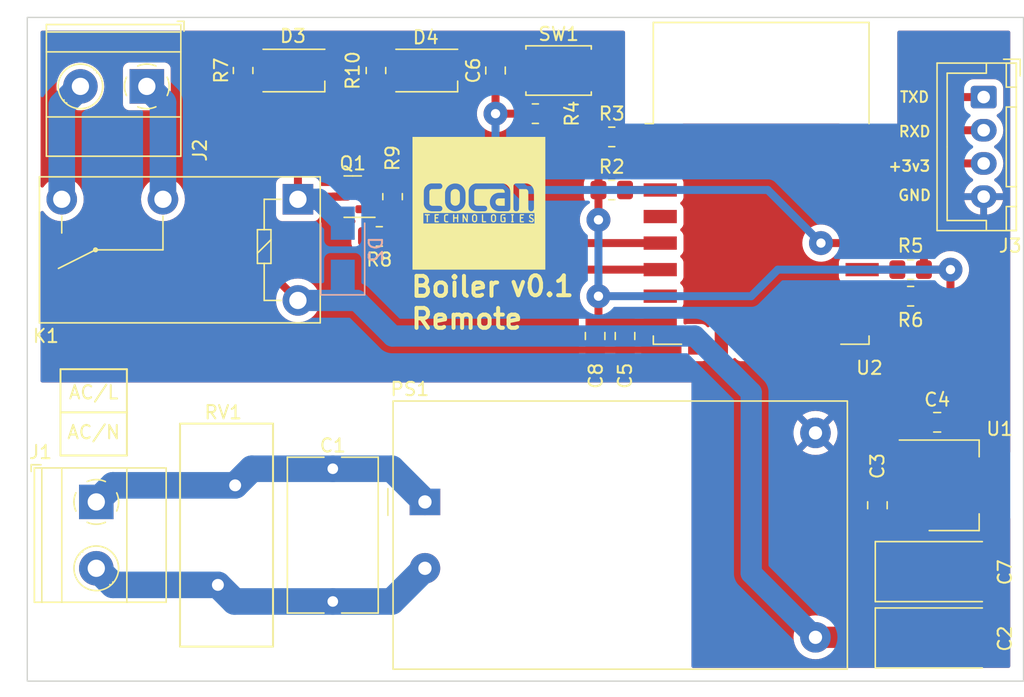
<source format=kicad_pcb>
(kicad_pcb (version 20211014) (generator pcbnew)
  (layers (0 "F.Cu" signal) (31 "B.Cu" signal) (34 "B.Paste" user) (35 "F.Paste" user) (36 "B.SilkS" user "B.Silkscreen") (37 "F.SilkS" user "F.Silkscreen") (38 "B.Mask" user) (39 "F.Mask" user) (44 "Edge.Cuts" user))
  (net 0 "")
  (net 1 "Net-(C1-Pad2)")
  (net 2 "GND")
  (net 3 "+3V3")
  (net 12 "Net-(D2-Pad2)")
  (net 13 "VCC")
  (net 14 "Net-(C1-Pad1)")
  (net 15 "Net-(R2-Pad1)")
  (net 16 "GPIO0")
  (net 17 "Net-(R3-Pad1)")
  (net 18 "Net-(R5-Pad1)")
  (net 19 "Relay1")
  (net 20 "LinkLED")
  (net 21 "RXD")
  (net 22 "TXD")
  (net 23 "Net-(R6-Pad2)")
  (net 24 "Net-(D3-Pad2)")
  (net 25 "Net-(D4-Pad2)")
  (net 26 "Net-(Q1-Pad1)")
  (net 27 "Net-(J2-Pad1)")
  (net 28 "Net-(J2-Pad2)")
  (footprint "Capacitor_THT:C_Rect_L11.5mm_W6.6mm_P10.00mm_MKT" (layer "F.Cu") (at 23 34 -90)
    (fp_text reference "C1" (at -1.75 0) (layer "F.SilkS"))
    (fp_text value "100n")
    (pad "1" thru_hole circle (at 0 0 270) (size 1.6 1.6) (drill 0.8) (layers *.Cu *.Mask) (net 14 "Net-(C1-Pad1)"))
    (pad "2" thru_hole circle (at 10 0 270) (size 1.6 1.6) (drill 0.8) (layers *.Cu *.Mask) (net 1 "Net-(C1-Pad2)"))
  )
  (footprint "TerminalBlock_Phoenix:TerminalBlock_Phoenix_MKDS-1,5-2_1x02_P5.00mm_Horizontal" (layer "F.Cu") (at 5.195 36.5 -90)
    (fp_text reference "J1" (at -3.75 4.195) (layer "F.SilkS"))
    (fp_text value "Screw_Terminal_01x02")
    (pad "1" thru_hole rect (at 0 0 270) (size 2.6 2.6) (drill 1.3) (layers *.Cu *.Mask) (net 14 "Net-(C1-Pad1)"))
    (pad "2" thru_hole circle (at 5 0 270) (size 2.6 2.6) (drill 1.3) (layers *.Cu *.Mask) (net 1 "Net-(C1-Pad2)"))
  )
  (footprint "LED_SMD:LED_PLCC-2" (layer "F.Cu") (at 30 4 180)
    (fp_text reference "D4" (at 0 2.5) (layer "F.SilkS"))
    (fp_text value "LED")
    (pad "1" smd rect (at -1.5 0 180) (size 1.5 2.6) (layers "F.Cu" "F.Paste" "F.Mask") (net 2 "GND"))
    (pad "2" smd rect (at 1.5 0 180) (size 1.5 2.6) (layers "F.Cu" "F.Paste" "F.Mask") (net 25 "Net-(D4-Pad2)"))
  )
  (footprint "LED_SMD:LED_PLCC-2" (layer "F.Cu") (at 20 4 180)
    (fp_text reference "D3" (at 0 2.6) (layer "F.SilkS"))
    (fp_text value "LED")
    (pad "1" smd rect (at -1.5 0 180) (size 1.5 2.6) (layers "F.Cu" "F.Paste" "F.Mask") (net 12 "Net-(D2-Pad2)"))
    (pad "2" smd rect (at 1.5 0 180) (size 1.5 2.6) (layers "F.Cu" "F.Paste" "F.Mask") (net 24 "Net-(D3-Pad2)"))
  )
  (footprint "Resistor_SMD:R_0805_2012Metric_Pad1.20x1.40mm_HandSolder" (layer "F.Cu") (at 44 13 180)
    (fp_text reference "R2" (at 0 1.75) (layer "F.SilkS"))
    (fp_text value "10k")
    (pad "1" smd roundrect (at -1 0 180) (size 1.2 1.4) (layers "F.Cu" "F.Paste" "F.Mask") (roundrect_rratio 0.2083333333) (net 15 "Net-(R2-Pad1)"))
    (pad "2" smd roundrect (at 1 0 180) (size 1.2 1.4) (layers "F.Cu" "F.Paste" "F.Mask") (roundrect_rratio 0.2083333333) (net 3 "+3V3"))
  )
  (footprint "Resistor_SMD:R_0805_2012Metric_Pad1.20x1.40mm_HandSolder" (layer "F.Cu") (at 44 9 180)
    (fp_text reference "R3" (at 0 1.75) (layer "F.SilkS"))
    (fp_text value "10k")
    (pad "1" smd roundrect (at -1 0 180) (size 1.2 1.4) (layers "F.Cu" "F.Paste" "F.Mask") (roundrect_rratio 0.2083333333) (net 17 "Net-(R3-Pad1)"))
    (pad "2" smd roundrect (at 1 0 180) (size 1.2 1.4) (layers "F.Cu" "F.Paste" "F.Mask") (roundrect_rratio 0.2083333333) (net 3 "+3V3"))
  )
  (footprint "Capacitor_SMD:C_0805_2012Metric_Pad1.18x1.45mm_HandSolder" (layer "F.Cu") (at 64 36.75 90)
    (fp_text reference "C3" (at 2.95 0 90) (layer "F.SilkS"))
    (fp_text value "100n")
    (pad "1" smd roundrect (at -1.0375 0 90) (size 1.175 1.45) (layers "F.Cu" "F.Paste" "F.Mask") (roundrect_rratio 0.2127659574) (net 13 "VCC"))
    (pad "2" smd roundrect (at 1.0375 0 90) (size 1.175 1.45) (layers "F.Cu" "F.Paste" "F.Mask") (roundrect_rratio 0.2127659574) (net 2 "GND"))
  )
  (footprint "Capacitor_SMD:C_0805_2012Metric_Pad1.18x1.45mm_HandSolder" (layer "F.Cu") (at 42.75 24 -90)
    (fp_text reference "C8" (at 3 -0.05 90) (layer "F.SilkS"))
    (fp_text value "100n")
    (pad "1" smd roundrect (at -1.0375 0 270) (size 1.175 1.45) (layers "F.Cu" "F.Paste" "F.Mask") (roundrect_rratio 0.2127659574) (net 3 "+3V3"))
    (pad "2" smd roundrect (at 1.0375 0 270) (size 1.175 1.45) (layers "F.Cu" "F.Paste" "F.Mask") (roundrect_rratio 0.2127659574) (net 2 "GND"))
  )
  (footprint "Varistor:RV_Disc_D16.5mm_W6.7mm_P7.5mm" (layer "F.Cu") (at 15.65 35.25 -90)
    (fp_text reference "RV1" (at -5.5 0.9 180) (layer "F.SilkS"))
    (fp_text value "B72214P2321K101")
    (pad "1" thru_hole circle (at 0 0 270) (size 1.8 1.8) (drill 0.9) (layers *.Cu *.Mask) (net 14 "Net-(C1-Pad1)"))
    (pad "2" thru_hole circle (at 7.5 1.3 270) (size 1.8 1.8) (drill 0.9) (layers *.Cu *.Mask) (net 1 "Net-(C1-Pad2)"))
  )
  (footprint "Resistor_SMD:R_0805_2012Metric_Pad1.20x1.40mm_HandSolder" (layer "F.Cu") (at 38.25 7.25)
    (fp_text reference "R4" (at 2.75 0 90) (layer "F.SilkS"))
    (fp_text value "10k")
    (pad "1" smd roundrect (at -1 0) (size 1.2 1.4) (layers "F.Cu" "F.Paste" "F.Mask") (roundrect_rratio 0.2083333333) (net 16 "GPIO0"))
    (pad "2" smd roundrect (at 1 0) (size 1.2 1.4) (layers "F.Cu" "F.Paste" "F.Mask") (roundrect_rratio 0.2083333333) (net 3 "+3V3"))
  )
  (footprint "Resistor_SMD:R_0805_2012Metric_Pad1.20x1.40mm_HandSolder" (layer "F.Cu") (at 26.5 16.5 180)
    (fp_text reference "R8" (at 0 -1.75) (layer "F.SilkS"))
    (fp_text value "1k")
    (pad "1" smd roundrect (at -1 0 180) (size 1.2 1.4) (layers "F.Cu" "F.Paste" "F.Mask") (roundrect_rratio 0.2083333333) (net 19 "Relay1"))
    (pad "2" smd roundrect (at 1 0 180) (size 1.2 1.4) (layers "F.Cu" "F.Paste" "F.Mask") (roundrect_rratio 0.2083333333) (net 26 "Net-(Q1-Pad1)"))
  )
  (footprint "Capacitor_SMD:C_0805_2012Metric_Pad1.18x1.45mm_HandSolder" (layer "F.Cu") (at 68.5 30.5 180)
    (fp_text reference "C4" (at 0 1.7) (layer "F.SilkS"))
    (fp_text value "100n")
    (pad "1" smd roundrect (at -1.0375 0 180) (size 1.175 1.45) (layers "F.Cu" "F.Paste" "F.Mask") (roundrect_rratio 0.2127659574) (net 3 "+3V3"))
    (pad "2" smd roundrect (at 1.0375 0 180) (size 1.175 1.45) (layers "F.Cu" "F.Paste" "F.Mask") (roundrect_rratio 0.2127659574) (net 2 "GND"))
  )
  (footprint "Button_Switch_SMD:SW_SPST_EVQP2" (layer "F.Cu") (at 40 4)
    (fp_text reference "SW1" (at 0 -2.75) (layer "F.SilkS"))
    (fp_text value "SW_Push")
    (pad "1" smd rect (at 2.575 -0.85) (size 1.45 1) (layers "F.Cu" "F.Paste" "F.Mask") (net 2 "GND"))
    (pad "1" smd rect (at -2.575 -0.85) (size 1.45 1) (layers "F.Cu" "F.Paste" "F.Mask") (net 2 "GND"))
    (pad "2" smd rect (at -2.575 0.85) (size 1.45 1) (layers "F.Cu" "F.Paste" "F.Mask") (net 16 "GPIO0"))
    (pad "2" smd rect (at 2.575 0.85) (size 1.45 1) (layers "F.Cu" "F.Paste" "F.Mask") (net 16 "GPIO0"))
  )
  (footprint "Resistor_SMD:R_0805_2012Metric_Pad1.20x1.40mm_HandSolder" (layer "F.Cu") (at 26.25 4 90)
    (fp_text reference "R10" (at 0 -1.75 90) (layer "F.SilkS"))
    (fp_text value "R")
    (pad "1" smd roundrect (at -1 0 90) (size 1.2 1.4) (layers "F.Cu" "F.Paste" "F.Mask") (roundrect_rratio 0.2083333333) (net 20 "LinkLED"))
    (pad "2" smd roundrect (at 1 0 90) (size 1.2 1.4) (layers "F.Cu" "F.Paste" "F.Mask") (roundrect_rratio 0.2083333333) (net 25 "Net-(D4-Pad2)"))
  )
  (footprint "TerminalBlock_Phoenix:TerminalBlock_Phoenix_MKDS-1,5-2_1x02_P5.00mm_Horizontal" (layer "F.Cu") (at 9 5.195 180)
    (fp_text reference "J2" (at -4 -4.805 90) (layer "F.SilkS"))
    (fp_text value "Screw_Terminal_01x02")
    (pad "1" thru_hole rect (at 0 0 180) (size 2.6 2.6) (drill 1.3) (layers *.Cu *.Mask) (net 27 "Net-(J2-Pad1)"))
    (pad "2" thru_hole circle (at 5 0 180) (size 2.6 2.6) (drill 1.3) (layers *.Cu *.Mask) (net 28 "Net-(J2-Pad2)"))
  )
  (footprint "LOGO" (layer "F.Cu") (at 34 14)
    (fp_text reference "G***" hide)
    (fp_text value "LOGO" hide)
  )
  (footprint "Capacitor_Tantalum_SMD:CP_EIA-7343-31_Kemet-D" (layer "F.Cu") (at 68.25 41.75)
    (fp_text reference "C7" (at 5.35 0.05 90) (layer "F.SilkS"))
    (fp_text value "100u")
    (pad "1" smd roundrect (at -3.1125 0) (size 2.075 2.55) (layers "F.Cu" "F.Paste" "F.Mask") (roundrect_rratio 0.1204819277) (net 13 "VCC"))
    (pad "2" smd roundrect (at 3.1125 0) (size 2.075 2.55) (layers "F.Cu" "F.Paste" "F.Mask") (roundrect_rratio 0.1204819277) (net 2 "GND"))
  )
  (footprint "Resistor_SMD:R_0805_2012Metric_Pad1.20x1.40mm_HandSolder" (layer "F.Cu") (at 27.5 13.5 90)
    (fp_text reference "R9" (at 2.9 0 90) (layer "F.SilkS"))
    (fp_text value "10k")
    (pad "1" smd roundrect (at -1 0 90) (size 1.2 1.4) (layers "F.Cu" "F.Paste" "F.Mask") (roundrect_rratio 0.2083333333) (net 26 "Net-(Q1-Pad1)"))
    (pad "2" smd roundrect (at 1 0 90) (size 1.2 1.4) (layers "F.Cu" "F.Paste" "F.Mask") (roundrect_rratio 0.2083333333) (net 2 "GND"))
  )
  (footprint "RF_Module:ESP-12E" (layer "F.Cu") (at 55.25 12.5)
    (fp_text reference "U2" (at 8.15 13.9) (layer "F.SilkS"))
    (fp_text value "ESP-12F")
    (pad "1" smd rect (at -7.6 -3.5) (size 2.5 1) (layers "F.Cu" "F.Paste" "F.Mask") (net 17 "Net-(R3-Pad1)"))
    (pad "2" smd rect (at -7.6 -1.5) (size 2.5 1) (layers "F.Cu" "F.Paste" "F.Mask"))
    (pad "3" smd rect (at -7.6 0.5) (size 2.5 1) (layers "F.Cu" "F.Paste" "F.Mask") (net 15 "Net-(R2-Pad1)"))
    (pad "4" smd rect (at -7.6 2.5) (size 2.5 1) (layers "F.Cu" "F.Paste" "F.Mask"))
    (pad "5" smd rect (at -7.6 4.5) (size 2.5 1) (layers "F.Cu" "F.Paste" "F.Mask") (net 20 "LinkLED"))
    (pad "6" smd rect (at -7.6 6.5) (size 2.5 1) (layers "F.Cu" "F.Paste" "F.Mask") (net 19 "Relay1"))
    (pad "7" smd rect (at -7.6 8.5) (size 2.5 1) (layers "F.Cu" "F.Paste" "F.Mask"))
    (pad "8" smd rect (at -7.6 10.5) (size 2.5 1) (layers "F.Cu" "F.Paste" "F.Mask") (net 3 "+3V3"))
    (pad "9" smd rect (at -5 12) (size 1 1.8) (layers "F.Cu" "F.Paste" "F.Mask"))
    (pad "10" smd rect (at -3 12) (size 1 1.8) (layers "F.Cu" "F.Paste" "F.Mask"))
    (pad "11" smd rect (at -1 12) (size 1 1.8) (layers "F.Cu" "F.Paste" "F.Mask"))
    (pad "12" smd rect (at 1 12) (size 1 1.8) (layers "F.Cu" "F.Paste" "F.Mask"))
    (pad "13" smd rect (at 3 12) (size 1 1.8) (layers "F.Cu" "F.Paste" "F.Mask"))
    (pad "14" smd rect (at 5 12) (size 1 1.8) (layers "F.Cu" "F.Paste" "F.Mask"))
    (pad "15" smd rect (at 7.6 10.5) (size 2.5 1) (layers "F.Cu" "F.Paste" "F.Mask") (net 2 "GND"))
    (pad "16" smd rect (at 7.6 8.5) (size 2.5 1) (layers "F.Cu" "F.Paste" "F.Mask") (net 23 "Net-(R6-Pad2)"))
    (pad "17" smd rect (at 7.6 6.5) (size 2.5 1) (layers "F.Cu" "F.Paste" "F.Mask") (net 18 "Net-(R5-Pad1)"))
    (pad "18" smd rect (at 7.6 4.5) (size 2.5 1) (layers "F.Cu" "F.Paste" "F.Mask") (net 16 "GPIO0"))
    (pad "19" smd rect (at 7.6 2.5) (size 2.5 1) (layers "F.Cu" "F.Paste" "F.Mask"))
    (pad "20" smd rect (at 7.6 0.5) (size 2.5 1) (layers "F.Cu" "F.Paste" "F.Mask"))
    (pad "21" smd rect (at 7.6 -1.5) (size 2.5 1) (layers "F.Cu" "F.Paste" "F.Mask") (net 21 "RXD"))
    (pad "22" smd rect (at 7.6 -3.5) (size 2.5 1) (layers "F.Cu" "F.Paste" "F.Mask") (net 22 "TXD"))
    (zone (net 0) (net_name "") (layers *.Cu) (connect_pads (clearance 0)) (min_thickness 0.254)
      (keepout (tracks not_allowed) (vias not_allowed) (pads not_allowed) (copperpour not_allowed) (footprints not_allowed))
      (fill (thermal_gap 0.508) (thermal_bridge_width 0.508))
      (polygon (pts (xy 47.13 7.7) (xy 63.37 7.7) (xy 63.37 0.38) (xy 47.13 0.38)))
    )
  )
  (footprint "Connector_JST:JST_XH_B4B-XH-A_1x04_P2.50mm_Vertical" (layer "F.Cu") (at 72 6 -90)
    (fp_text reference "J3" (at 11.2 -2 180) (layer "F.SilkS"))
    (fp_text value "Conn_01x04")
    (pad "1" thru_hole roundrect (at 0 0 270) (size 1.7 1.95) (drill 0.95) (layers *.Cu *.Mask) (roundrect_rratio 0.1470588235) (net 22 "TXD"))
    (pad "2" thru_hole oval (at 2.5 0 270) (size 1.7 1.95) (drill 0.95) (layers *.Cu *.Mask) (net 21 "RXD"))
    (pad "3" thru_hole oval (at 5 0 270) (size 1.7 1.95) (drill 0.95) (layers *.Cu *.Mask) (net 3 "+3V3"))
    (pad "4" thru_hole oval (at 7.5 0 270) (size 1.7 1.95) (drill 0.95) (layers *.Cu *.Mask) (net 2 "GND"))
  )
  (footprint "Capacitor_Tantalum_SMD:CP_EIA-7343-31_Kemet-D" (layer "F.Cu") (at 68.25 46.75)
    (fp_text reference "C2" (at 5.35 0.05 90) (layer "F.SilkS"))
    (fp_text value "100u")
    (pad "1" smd roundrect (at -3.1125 0) (size 2.075 2.55) (layers "F.Cu" "F.Paste" "F.Mask") (roundrect_rratio 0.1204819277) (net 13 "VCC"))
    (pad "2" smd roundrect (at 3.1125 0) (size 2.075 2.55) (layers "F.Cu" "F.Paste" "F.Mask") (roundrect_rratio 0.1204819277) (net 2 "GND"))
  )
  (footprint "Resistor_SMD:R_0805_2012Metric_Pad1.20x1.40mm_HandSolder" (layer "F.Cu") (at 66.5 19)
    (fp_text reference "R5" (at 0 -1.8) (layer "F.SilkS"))
    (fp_text value "10k")
    (pad "1" smd roundrect (at -1 0) (size 1.2 1.4) (layers "F.Cu" "F.Paste" "F.Mask") (roundrect_rratio 0.2083333333) (net 18 "Net-(R5-Pad1)"))
    (pad "2" smd roundrect (at 1 0) (size 1.2 1.4) (layers "F.Cu" "F.Paste" "F.Mask") (roundrect_rratio 0.2083333333) (net 3 "+3V3"))
  )
  (footprint "Capacitor_SMD:C_0805_2012Metric_Pad1.18x1.45mm_HandSolder" (layer "F.Cu") (at 35.25 4 90)
    (fp_text reference "C6" (at 0 -1.68 90) (layer "F.SilkS"))
    (fp_text value "100n")
    (pad "1" smd roundrect (at -1.0375 0 90) (size 1.175 1.45) (layers "F.Cu" "F.Paste" "F.Mask") (roundrect_rratio 0.2127659574) (net 16 "GPIO0"))
    (pad "2" smd roundrect (at 1.0375 0 90) (size 1.175 1.45) (layers "F.Cu" "F.Paste" "F.Mask") (roundrect_rratio 0.2127659574) (net 2 "GND"))
  )
  (footprint "Relay_THT:Relay_SPST_Omron-G5Q-1A" (layer "F.Cu") (at 20.375 13.7 180)
    (fp_text reference "K1" (at 18.975 -10.3) (layer "F.SilkS"))
    (fp_text value "G5Q-1A")
    (pad "1" thru_hole rect (at 0 0) (size 2.3 2.3) (drill 1.3) (layers *.Cu *.Mask) (net 12 "Net-(D2-Pad2)"))
    (pad "2" thru_hole circle (at 10.16 0) (size 2.3 2.3) (drill 1.3) (layers *.Cu *.Mask) (net 27 "Net-(J2-Pad1)"))
    (pad "3" thru_hole circle (at 17.78 0) (size 2.3 2.3) (drill 1.3) (layers *.Cu *.Mask) (net 28 "Net-(J2-Pad2)"))
    (pad "5" thru_hole circle (at 0 -7.62) (size 2.3 2.3) (drill 1.3) (layers *.Cu *.Mask) (net 13 "VCC"))
  )
  (footprint "Package_TO_SOT_SMD:SOT-23" (layer "F.Cu") (at 24.5 13.5 180)
    (fp_text reference "Q1" (at 0 2.5) (layer "F.SilkS"))
    (fp_text value "BSN20")
    (pad "1" smd roundrect (at -0.9375 -0.95 180) (size 1.475 0.6) (layers "F.Cu" "F.Paste" "F.Mask") (net 26 "Net-(Q1-Pad1)"))
    (pad "2" smd roundrect (at -0.9375 0.95 180) (size 1.475 0.6) (layers "F.Cu" "F.Paste" "F.Mask") (net 2 "GND"))
    (pad "3" smd roundrect (at 0.9375 0 180) (size 1.475 0.6) (layers "F.Cu" "F.Paste" "F.Mask") (net 12 "Net-(D2-Pad2)"))
  )
  (footprint "Converter_ACDC:Converter_ACDC_HiLink_HLK-PMxx" (layer "F.Cu") (at 29.9375 36.5)
    (fp_text reference "PS1" (at -1.1375 -8.5 180) (layer "F.SilkS"))
    (fp_text value "HLK-PM01")
    (pad "1" thru_hole rect (at 0 0) (size 2.3 2) (drill 1) (layers *.Cu *.Mask) (net 14 "Net-(C1-Pad1)"))
    (pad "2" thru_hole circle (at 0 5) (size 2.3 2.3) (drill 1) (layers *.Cu *.Mask) (net 1 "Net-(C1-Pad2)"))
    (pad "3" thru_hole circle (at 29.4 -5.2) (size 2.3 2.3) (drill 1) (layers *.Cu *.Mask) (net 2 "GND"))
    (pad "4" thru_hole circle (at 29.4 10.2) (size 2.3 2.3) (drill 1) (layers *.Cu *.Mask) (net 13 "VCC"))
  )
  (footprint "Package_TO_SOT_SMD:SOT-223-3_TabPin2" (layer "F.Cu") (at 69.75 35.25)
    (fp_text reference "U1" (at 3.45 -4.25) (layer "F.SilkS"))
    (fp_text value "AZ1117-3.3")
    (pad "1" smd rect (at -3.15 -2.3) (size 2 1.5) (layers "F.Cu" "F.Paste" "F.Mask") (net 2 "GND"))
    (pad "2" smd rect (at 3.15 0) (size 2 3.8) (layers "F.Cu" "F.Paste" "F.Mask") (net 3 "+3V3"))
    (pad "2" smd rect (at -3.15 0) (size 2 1.5) (layers "F.Cu" "F.Paste" "F.Mask") (net 3 "+3V3"))
    (pad "3" smd rect (at -3.15 2.3) (size 2 1.5) (layers "F.Cu" "F.Paste" "F.Mask") (net 13 "VCC"))
  )
  (footprint "Resistor_SMD:R_0805_2012Metric_Pad1.20x1.40mm_HandSolder" (layer "F.Cu") (at 16.25 4 90)
    (fp_text reference "R7" (at 0 -1.65 90) (layer "F.SilkS"))
    (fp_text value "R")
    (pad "1" smd roundrect (at -1 0 90) (size 1.2 1.4) (layers "F.Cu" "F.Paste" "F.Mask") (roundrect_rratio 0.2083333333) (net 13 "VCC"))
    (pad "2" smd roundrect (at 1 0 90) (size 1.2 1.4) (layers "F.Cu" "F.Paste" "F.Mask") (roundrect_rratio 0.2083333333) (net 24 "Net-(D3-Pad2)"))
  )
  (footprint "Capacitor_SMD:C_0805_2012Metric_Pad1.18x1.45mm_HandSolder" (layer "F.Cu") (at 45 24 -90)
    (fp_text reference "C5" (at 3 0 90) (layer "F.SilkS"))
    (fp_text value "100n")
    (pad "1" smd roundrect (at -1.0375 0 270) (size 1.175 1.45) (layers "F.Cu" "F.Paste" "F.Mask") (roundrect_rratio 0.2127659574) (net 3 "+3V3"))
    (pad "2" smd roundrect (at 1.0375 0 270) (size 1.175 1.45) (layers "F.Cu" "F.Paste" "F.Mask") (roundrect_rratio 0.2127659574) (net 2 "GND"))
  )
  (footprint "Resistor_SMD:R_0805_2012Metric_Pad1.20x1.40mm_HandSolder" (layer "F.Cu") (at 66.5 21 180)
    (fp_text reference "R6" (at 0 -1.8) (layer "F.SilkS"))
    (fp_text value "10k")
    (pad "1" smd roundrect (at -1 0 180) (size 1.2 1.4) (layers "F.Cu" "F.Paste" "F.Mask") (roundrect_rratio 0.2083333333) (net 2 "GND"))
    (pad "2" smd roundrect (at 1 0 180) (size 1.2 1.4) (layers "F.Cu" "F.Paste" "F.Mask") (roundrect_rratio 0.2083333333) (net 23 "Net-(R6-Pad2)"))
  )
  (footprint "Diode_SMD:D_SMA" (layer "B.Cu") (at 23.75 17.5 90)
    (fp_text reference "D2" (at 0 2.5 90) (layer "B.SilkS") (effects (justify mirror)))
    (fp_text value "D")
    (pad "1" smd rect (at -2 0 90) (size 2.5 1.8) (layers "B.Cu" "B.Paste" "B.Mask") (net 13 "VCC"))
    (pad "2" smd rect (at 2 0 90) (size 2.5 1.8) (layers "B.Cu" "B.Paste" "B.Mask") (net 12 "Net-(D2-Pad2)"))
  )
  (gr_line (start 7.5 33) (end 7.5 26.5) (layer "F.SilkS") (width 0.15))
  (gr_line (start 2.5 33) (end 7.5 33) (layer "F.SilkS") (width 0.15))
  (gr_line (start 2.5 29.75) (end 7.5 29.75) (layer "F.SilkS") (width 0.15))
  (gr_line (start 2.5 26.5) (end 2.5 33) (layer "F.SilkS") (width 0.15))
  (gr_line (start 7.5 26.5) (end 2.5 26.5) (layer "F.SilkS") (width 0.15))
  (gr_rect (start 0 0) (end 75 50) (layer "Edge.Cuts") (width 0.1) (fill none))
  (gr_text "GND" (at 66.8 13.4) (layer "F.SilkS") (effects (font (size 0.8 0.8))))
  (gr_text "TXD" (at 66.8 6) (layer "F.SilkS") (effects (font (size 0.8 0.8))))
  (gr_text "RXD" (at 66.8 8.6) (layer "F.SilkS") (effects (font (size 0.8 0.8))))
  (gr_text "AC/N" (at 5 31.25) (layer "F.SilkS") (effects (font (size 1 1))))
  (gr_text "v0.1" (at 38.75 20.25) (layer "F.SilkS") (effects (font (size 1.5 1.5) (thickness 0.3))))
  (gr_text "AC/L" (at 5 28.25) (layer "F.SilkS") (effects (font (size 1 1))))
  (gr_text "Boiler\nRemote" (at 28.75 21.5) (layer "F.SilkS") (effects (font (size 1.5 1.5) (thickness 0.3)) (justify left)))
  (gr_text "+3v3" (at 66.4 11.2) (layer "F.SilkS") (effects (font (size 0.8 0.8))))
  (segment (start 27.4375 44) (end 29.9375 41.5) (width 2) (layer "B.Cu") (net 1))
  (segment (start 23 44) (end 27.4375 44) (width 2) (layer "B.Cu") (net 1))
  (segment (start 15.6 44) (end 14.35 42.75) (width 2) (layer "B.Cu") (net 1))
  (segment (start 14.35 42.75) (end 6.445 42.75) (width 2) (layer "B.Cu") (net 1))
  (segment (start 23 44) (end 15.6 44) (width 2) (layer "B.Cu") (net 1))
  (segment (start 6.445 42.75) (end 5.195 41.5) (width 2) (layer "B.Cu") (net 1))
  (segment (start 69.5375 34.9625) (end 69.25 35.25) (width 0.6) (layer "F.Cu") (net 3))
  (segment (start 69.5375 30.5) (end 69.5375 34.9625) (width 0.6) (layer "F.Cu") (net 3))
  (segment (start 43 9) (end 43 13) (width 0.6) (layer "F.Cu") (net 3))
  (segment (start 67.5 19) (end 69.5 19) (width 0.6) (layer "F.Cu") (net 3))
  (segment (start 66.6 35.25) (end 69.25 35.25) (width 1) (layer "F.Cu") (net 3))
  (segment (start 69.5 30.4625) (end 69.5375 30.5) (width 0.6) (layer "F.Cu") (net 3))
  (segment (start 43 13) (end 43 15.25) (width 0.6) (layer "F.Cu") (net 3))
  (segment (start 67.5 19) (end 67.5 12.5) (width 0.6) (layer "F.Cu") (net 3))
  (segment (start 69.5 19) (end 69.5 30.4625) (width 0.6) (layer "F.Cu") (net 3))
  (segment (start 69.25 35.25) (end 72.9 35.25) (width 1) (layer "F.Cu") (net 3))
  (segment (start 43 22.7125) (end 42.75 22.9625) (width 0.6) (layer "F.Cu") (net 3))
  (segment (start 67.5 12.5) (end 69 11) (width 0.6) (layer "F.Cu") (net 3))
  (segment (start 69 11) (end 72 11) (width 0.6) (layer "F.Cu") (net 3))
  (segment (start 39.25 7.25) (end 41.25 7.25) (width 0.6) (layer "F.Cu") (net 3))
  (segment (start 45.0375 23) (end 47.65 23) (width 0.6) (layer "F.Cu") (net 3))
  (segment (start 41.25 7.25) (end 43 9) (width 0.6) (layer "F.Cu") (net 3))
  (segment (start 43 21) (end 43 22.7125) (width 0.6) (layer "F.Cu") (net 3))
  (segment (start 42.75 22.9625) (end 45 22.9625) (width 0.6) (layer "F.Cu") (net 3))
  (via (at 43 15.25) (size 1.8) (drill 0.7) (layers "F.Cu" "B.Cu") (net 3))
  (via (at 43 21) (size 1.8) (drill 0.7) (layers "F.Cu" "B.Cu") (net 3))
  (via (at 69.5 19) (size 1.8) (drill 0.7) (layers "F.Cu" "B.Cu") (net 3))
  (segment (start 56.5 19) (end 54.5 21) (width 0.6) (layer "B.Cu") (net 3))
  (segment (start 69.5 19) (end 56.5 19) (width 0.6) (layer "B.Cu") (net 3))
  (segment (start 43 15.25) (end 43 21) (width 0.6) (layer "B.Cu") (net 3))
  (segment (start 54.5 21) (end 43 21) (width 0.6) (layer "B.Cu") (net 3))
  (segment (start 21.5 5) (end 21.5 10.5) (width 0.6) (layer "F.Cu") (net 12))
  (segment (start 23.5625 13.5) (end 20.575 13.5) (width 0.6) (layer "F.Cu") (net 12))
  (segment (start 20.575 13.5) (end 20.375 13.7) (width 0.6) (layer "F.Cu") (net 12))
  (segment (start 20.375 11.625) (end 20.375 13.7) (width 0.6) (layer "F.Cu") (net 12))
  (segment (start 21.5 10.5) (end 20.375 11.625) (width 0.6) (layer "F.Cu") (net 12))
  (segment (start 21.95 13.7) (end 20.375 13.7) (width 1.6) (layer "B.Cu") (net 12))
  (segment (start 23.75 15.5) (end 21.95 13.7) (width 1.6) (layer "B.Cu") (net 12))
  (segment (start 65.1375 41.75) (end 65.1375 46.75) (width 1.6) (layer "F.Cu") (net 13))
  (segment (start 16.25 5) (end 16.25 17.195) (width 0.6) (layer "F.Cu") (net 13))
  (segment (start 64 37.7875) (end 64 40.6125) (width 1) (layer "F.Cu") (net 13))
  (segment (start 64 40.6125) (end 65.1375 41.75) (width 1) (layer "F.Cu") (net 13))
  (segment (start 64 37.7875) (end 66.3625 37.7875) (width 1) (layer "F.Cu") (net 13))
  (segment (start 65.0875 46.7) (end 65.1375 46.75) (width 1.6) (layer "F.Cu") (net 13))
  (segment (start 66.3625 37.7875) (end 66.6 37.55) (width 1) (layer "F.Cu") (net 13))
  (segment (start 16.25 17.195) (end 20.375 21.32) (width 0.6) (layer "F.Cu") (net 13))
  (segment (start 59.3375 46.7) (end 65.0875 46.7) (width 1.6) (layer "F.Cu") (net 13))
  (segment (start 54.5 28.25) (end 54.5 41.8625) (width 1.6) (layer "B.Cu") (net 13))
  (segment (start 54.5 41.8625) (end 59.3375 46.7) (width 1.6) (layer "B.Cu") (net 13))
  (segment (start 27.5 24) (end 50.25 24) (width 1.6) (layer "B.Cu") (net 13))
  (segment (start 50.25 24) (end 54.5 28.25) (width 1.6) (layer "B.Cu") (net 13))
  (segment (start 24.82 21.32) (end 27.5 24) (width 1.6) (layer "B.Cu") (net 13))
  (segment (start 20.375 21.32) (end 24.82 21.32) (width 1.6) (layer "B.Cu") (net 13))
  (segment (start 6.445 35.25) (end 5.195 36.5) (width 2) (layer "B.Cu") (net 14))
  (segment (start 23 34) (end 27.4375 34) (width 2) (layer "B.Cu") (net 14))
  (segment (start 27.4375 34) (end 29.9375 36.5) (width 2) (layer "B.Cu") (net 14))
  (segment (start 15.65 35.25) (end 6.445 35.25) (width 2) (layer "B.Cu") (net 14))
  (segment (start 23 34) (end 16.9 34) (width 2) (layer "B.Cu") (net 14))
  (segment (start 16.9 34) (end 15.65 35.25) (width 2) (layer "B.Cu") (net 14))
  (segment (start 45 13) (end 47.65 13) (width 0.6) (layer "F.Cu") (net 15))
  (segment (start 35.25 7.25) (end 35.25 5.0375) (width 0.6) (layer "F.Cu") (net 16))
  (segment (start 37.425 4.85) (end 35.4375 4.85) (width 0.6) (layer "F.Cu") (net 16))
  (segment (start 38.9 4.85) (end 42.575 4.85) (width 0.6) (layer "F.Cu") (net 16))
  (segment (start 35.25 7.25) (end 37.25 7.25) (width 0.6) (layer "F.Cu") (net 16))
  (segment (start 62.85 17) (end 59.75 17) (width 0.6) (layer "F.Cu") (net 16))
  (segment (start 37.425 4.85) (end 38.9 4.85) (width 0.6) (layer "F.Cu") (net 16))
  (via (at 35.25 7.25) (size 1.8) (drill 0.7) (layers "F.Cu" "B.Cu") (net 16))
  (via (at 59.75 17) (size 1.8) (drill 0.7) (layers "F.Cu" "B.Cu") (net 16))
  (segment (start 55.75 13) (end 37.5 13) (width 0.6) (layer "B.Cu") (net 16))
  (segment (start 59.75 17) (end 55.75 13) (width 0.6) (layer "B.Cu") (net 16))
  (segment (start 37.5 13) (end 35.25 10.75) (width 0.6) (layer "B.Cu") (net 16))
  (segment (start 35.25 10.75) (end 35.25 7.25) (width 0.6) (layer "B.Cu") (net 16))
  (segment (start 45 9) (end 47.65 9) (width 0.6) (layer "F.Cu") (net 17))
  (segment (start 62.85 19) (end 65.5 19) (width 0.6) (layer "F.Cu") (net 18))
  (segment (start 47.65 19) (end 38.5 19) (width 0.6) (layer "F.Cu") (net 19))
  (segment (start 38.5 19) (end 36 16.5) (width 0.6) (layer "F.Cu") (net 19))
  (segment (start 36 16.5) (end 28 16.5) (width 0.6) (layer "F.Cu") (net 19))
  (segment (start 47.65 17) (end 38.4 17) (width 0.6) (layer "F.Cu") (net 20))
  (segment (start 26.25 8) (end 26.25 5) (width 0.6) (layer "F.Cu") (net 20))
  (segment (start 38.4 17) (end 30.4 9) (width 0.6) (layer "F.Cu") (net 20))
  (segment (start 30.4 9) (end 27.25 9) (width 0.6) (layer "F.Cu") (net 20))
  (segment (start 27.25 9) (end 26.25 8) (width 0.6) (layer "F.Cu") (net 20))
  (segment (start 66.5 11) (end 69 8.5) (width 0.6) (layer "F.Cu") (net 21))
  (segment (start 69 8.5) (end 72 8.5) (width 0.6) (layer "F.Cu") (net 21))
  (segment (start 62.85 11) (end 66.5 11) (width 0.6) (layer "F.Cu") (net 21))
  (segment (start 69 6) (end 72 6) (width 0.6) (layer "F.Cu") (net 22))
  (segment (start 66 9) (end 69 6) (width 0.6) (layer "F.Cu") (net 22))
  (segment (start 62.85 9) (end 66 9) (width 0.6) (layer "F.Cu") (net 22))
  (segment (start 62.85 21) (end 65.5 21) (width 0.6) (layer "F.Cu") (net 23))
  (segment (start 18.5 4) (end 18.5 3) (width 0.6) (layer "F.Cu") (net 24))
  (segment (start 18.5 3) (end 16.25 3) (width 0.6) (layer "F.Cu") (net 24))
  (segment (start 28.5 4) (end 28.5 3) (width 0.6) (layer "F.Cu") (net 25))
  (segment (start 28.5 3) (end 26.25 3) (width 0.6) (layer "F.Cu") (net 25))
  (segment (start 25.5 14.5125) (end 25.4375 14.45) (width 0.6) (layer "F.Cu") (net 26))
  (segment (start 27.45 14.45) (end 27.5 14.5) (width 0.6) (layer "F.Cu") (net 26))
  (segment (start 25.4375 14.45) (end 27.45 14.45) (width 0.6) (layer "F.Cu") (net 26))
  (segment (start 25.5 16.5) (end 25.5 14.5125) (width 0.6) (layer "F.Cu") (net 26))
  (segment (start 10.215 6.41) (end 9 5.195) (width 2) (layer "B.Cu") (net 27))
  (segment (start 10.215 13.7) (end 10.215 6.41) (width 2) (layer "B.Cu") (net 27))
  (segment (start 2.595 6.6) (end 4 5.195) (width 2) (layer "B.Cu") (net 28))
  (segment (start 2.595 13.7) (end 2.595 6.6) (width 2) (layer "B.Cu") (net 28))
  (zone (net 2) (net_name "GND") (layers F&B.Cu) (connect_pads (clearance 0.5)) (min_thickness 0.254) (fill yes (thermal_gap 0.508) (thermal_bridge_width 0.508))
    (polygon (pts (xy 75 50) (xy 50 50) (xy 50 27.5) (xy 0 27.5) (xy 0 0) (xy 75 0)))
  )
  (zone (net 0) (net_name "") (layers F&B.Cu) (connect_pads (clearance 0)) (min_thickness 0.254)
    (keepout (tracks not_allowed) (vias not_allowed) (pads not_allowed) (copperpour not_allowed) (footprints allowed))
    (fill (thermal_gap 0.508) (thermal_bridge_width 0.508))
    (polygon (pts (xy 65.5 8) (xy 45 8) (xy 45 0) (xy 65.5 0)))
  )
)
</source>
